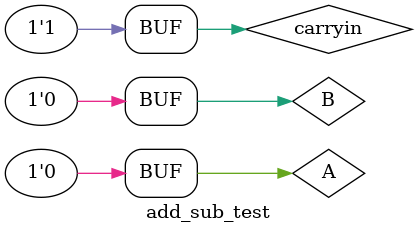
<source format=v>
`timescale 1 ns / 1 ps
`include "add_sub.v"

module add_sub_test();

  reg A;
  reg B;
  reg carryin;
  wire  sum,carryout,overflow;

  add_sub_last adder (sum,carryout,overflow,A,B,carryin);

  initial begin
    A = 1; B = 1; carryin = 0; #1000
    if (sum !== 0) $display("110 sum failed");
    if (carryout !== 1) $display("110 carry failed");
    if (overflow !== 1) $display("110 overflow failed");

    A = 1; B = 0; carryin = 0; #1000
    if (sum !== 1) $display("100 sum failed");
    if (carryout !== 0) $display("100 carry failed");
    if (overflow !== 0) $display("100 overflow failed");

    A = 0; B = 1; carryin = 0; #1000
    if (sum !== 1) $display("010 sum failed");
    if (carryout !== 0) $display("010 carry failed");
    if (overflow !== 0) $display("010 overflow failed");

    A = 0; B = 0; carryin = 0; #1000
    if (sum !== 0) $display("000 sum failed");
    if (carryout !== 0) $display("000 carry failed");
    if (overflow !== 0) $display("000 overflow failed");

    A = 1; B = 1; carryin = 1; #1000
    if (sum !== 1) $display("111 sum failed");
    if (carryout !== 1) $display("111 carry failed");
    if (overflow !== 0) $display("111 overflow failed");

    A = 1; B = 0; carryin = 1; #1000
    if (sum !== 0) $display("101 sum failed");
    if (carryout !== 1) $display("101 carry failed");
    if (overflow !== 0) $display("101 overflow failed");

    A = 0; B = 1; carryin = 1; #1000
    if (sum !== 0) $display("011 sum failed");
    if (carryout !== 1) $display("011 carry failed");
    if (overflow !== 0) $display("011 overflow failed");

    A = 0; B = 0; carryin = 1; #1000
    if (sum !== 1) $display("001 sum failed");
    if (carryout !== 0) $display("001 carry failed");
    if (overflow !== 1) $display("001 overflow failed");

    end
endmodule

</source>
